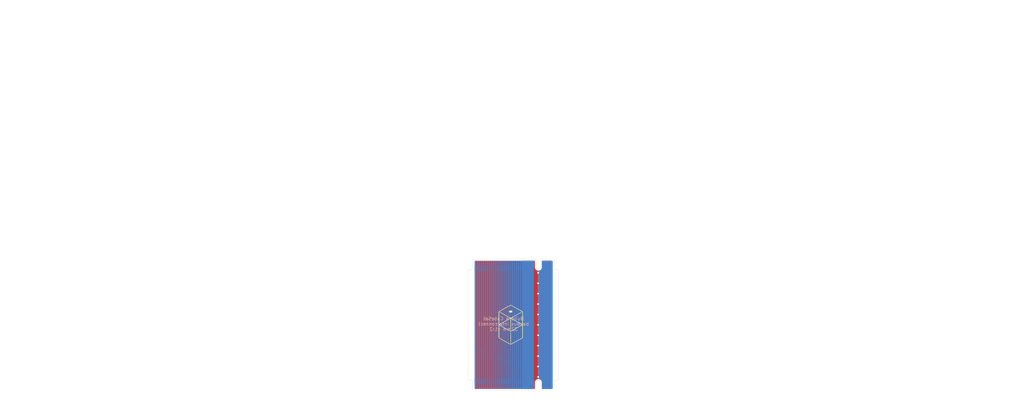
<source format=kicad_pcb>
(kicad_pcb (version 20240108) (generator "pcbnew") (generator_version "8.0")
  (title_block (title "bac bacBus Interconnect 32mm v1") (date "2024-10-06") (rev "2") (company "Build a CubeSat") (comment 1 "Manuel Imboden") (comment 2 "CC BY-SA 4.0") (comment 3 "https://buildacubesat.space") (comment 4 "32mm"))
  (layers (0 "F.Cu" signal) (31 "B.Cu" signal) (34 "B.Paste" user) (35 "F.Paste" user) (36 "B.SilkS" user "B.Silkscreen") (37 "F.SilkS" user "F.Silkscreen") (38 "B.Mask" user) (39 "F.Mask" user) (44 "Edge.Cuts" user))
  (net 0 "")
  (net 1 "GND")
  (net 2 "Net-(J1-Pin_41)")
  (net 3 "Net-(J1-Pin_29)")
  (net 4 "Net-(J1-Pin_37)")
  (net 5 "Net-(J1-Pin_43)")
  (net 6 "Net-(J1-Pin_42)")
  (net 7 "Net-(J1-Pin_31)")
  (net 8 "/+5V")
  (net 9 "Net-(J1-Pin_10)")
  (net 10 "/+3V3")
  (net 11 "Net-(J1-Pin_25)")
  (net 12 "Net-(J1-Pin_9)")
  (net 13 "Net-(J1-Pin_8)")
  (net 14 "Net-(J1-Pin_16)")
  (net 15 "Net-(J1-Pin_15)")
  (net 16 "Net-(J1-Pin_4)")
  (net 17 "Net-(J1-Pin_36)")
  (net 18 "Net-(J1-Pin_35)")
  (net 19 "Net-(J1-Pin_17)")
  (net 20 "Net-(J1-Pin_33)")
  (net 21 "Net-(J1-Pin_7)")
  (net 22 "Net-(J1-Pin_34)")
  (net 23 "Net-(J1-Pin_22)")
  (net 24 "Net-(J1-Pin_44)")
  (net 25 "Net-(J1-Pin_12)")
  (net 26 "Net-(J1-Pin_24)")
  (net 27 "Net-(J1-Pin_2)")
  (net 28 "Net-(J1-Pin_23)")
  (net 29 "Net-(J1-Pin_21)")
  (net 30 "Net-(J1-Pin_28)")
  (net 31 "Net-(J1-Pin_27)")
  (net 32 "Net-(J1-Pin_39)")
  (net 33 "Net-(J1-Pin_6)")
  (net 34 "Net-(J1-Pin_19)")
  (net 35 "Net-(J1-Pin_5)")
  (net 36 "Net-(J1-Pin_14)")
  (net 37 "Net-(J1-Pin_45)")
  (net 38 "Net-(J1-Pin_32)")
  (net 39 "Net-(J1-Pin_1)")
  (net 40 "Net-(J1-Pin_46)")
  (net 41 "Net-(J1-Pin_11)")
  (net 42 "Net-(J1-Pin_18)")
  (net 43 "Net-(J1-Pin_20)")
  (net 44 "Net-(J1-Pin_30)")
  (net 45 "Net-(J1-Pin_3)")
  (net 46 "Net-(J1-Pin_26)")
  (net 47 "Net-(J1-Pin_40)")
  (net 48 "Net-(J1-Pin_38)")
  (net 49 "Net-(J1-Pin_13)")
  (footprint "bac EPS v1:bac-M.2-Key-M-bacBus-Card-Edge-Zp" (layer "F.Cu") (at 150.354875 86.719554)
    (property "Reference" "J1" (hide yes))
    (property "Value" "bac M.2 Key-M Card Edge" (hide yes))
    (pad "1" smd rect (at -9.304757 -2.25) (size 0.35 2.5) (layers "B.Cu" "B.Mask") (net 39 "Net-(J1-Pin_1)"))
    (pad "2" smd rect (at -9.05 -2.25) (size 0.35 2.5) (layers "F.Cu" "F.Mask") (net 27 "Net-(J1-Pin_2)"))
    (pad "3" smd rect (at -8.804757 -2.25) (size 0.35 2.5) (layers "B.Cu" "B.Mask") (net 45 "Net-(J1-Pin_3)"))
    (pad "4" smd rect (at -8.55 -2.25) (size 0.35 2.5) (layers "F.Cu" "F.Mask") (net 16 "Net-(J1-Pin_4)"))
    (pad "5" smd rect (at -8.304757 -2.25) (size 0.35 2.5) (layers "B.Cu" "B.Mask") (net 35 "Net-(J1-Pin_5)"))
    (pad "6" smd rect (at -8.05 -2.25) (size 0.35 2.5) (layers "F.Cu" "F.Mask") (net 33 "Net-(J1-Pin_6)"))
    (pad "7" smd rect (at -7.804757 -2.25) (size 0.35 2.5) (layers "B.Cu" "B.Mask") (net 21 "Net-(J1-Pin_7)"))
    (pad "8" smd rect (at -7.55 -2.25) (size 0.35 2.5) (layers "F.Cu" "F.Mask") (net 13 "Net-(J1-Pin_8)"))
    (pad "9" smd rect (at -7.304757 -2.25) (size 0.35 2.5) (layers "B.Cu" "B.Mask") (net 12 "Net-(J1-Pin_9)"))
    (pad "10" smd rect (at -7.05 -2.25) (size 0.35 2.5) (layers "F.Cu" "F.Mask") (net 9 "Net-(J1-Pin_10)"))
    (pad "11" smd rect (at -6.804757 -2.25) (size 0.35 2.5) (layers "B.Cu" "B.Mask") (net 41 "Net-(J1-Pin_11)"))
    (pad "12" smd rect (at -6.55 -2.25) (size 0.35 2.5) (layers "F.Cu" "F.Mask") (net 25 "Net-(J1-Pin_12)"))
    (pad "13" smd rect (at -6.304757 -2.25) (size 0.35 2.5) (layers "B.Cu" "B.Mask") (net 49 "Net-(J1-Pin_13)"))
    (pad "14" smd rect (at -6.05 -2.25) (size 0.35 2.5) (layers "F.Cu" "F.Mask") (net 36 "Net-(J1-Pin_14)"))
    (pad "15" smd rect (at -5.804757 -2.25) (size 0.35 2.5) (layers "B.Cu" "B.Mask") (net 15 "Net-(J1-Pin_15)"))
    (pad "16" smd rect (at -5.55 -2.25) (size 0.35 2.5) (layers "F.Cu" "F.Mask") (net 14 "Net-(J1-Pin_16)"))
    (pad "17" smd rect (at -5.304757 -2.25) (size 0.35 2.5) (layers "B.Cu" "B.Mask") (net 19 "Net-(J1-Pin_17)"))
    (pad "18" smd rect (at -5.05 -2.25) (size 0.35 2.5) (layers "F.Cu" "F.Mask") (net 42 "Net-(J1-Pin_18)"))
    (pad "19" smd rect (at -4.804757 -2.25) (size 0.35 2.5) (layers "B.Cu" "B.Mask") (net 34 "Net-(J1-Pin_19)"))
    (pad "20" smd rect (at -4.55 -2.25) (size 0.35 2.5) (layers "F.Cu" "F.Mask") (net 43 "Net-(J1-Pin_20)"))
    (pad "21" smd rect (at -4.304757 -2.25) (size 0.35 2.5) (layers "B.Cu" "B.Mask") (net 29 "Net-(J1-Pin_21)"))
    (pad "22" smd rect (at -4.05 -2.25) (size 0.35 2.5) (layers "F.Cu" "F.Mask") (net 23 "Net-(J1-Pin_22)"))
    (pad "23" smd rect (at -3.804757 -2.25) (size 0.35 2.5) (layers "B.Cu" "B.Mask") (net 28 "Net-(J1-Pin_23)"))
    (pad "24" smd rect (at -3.55 -2.25) (size 0.35 2.5) (layers "F.Cu" "F.Mask") (net 26 "Net-(J1-Pin_24)"))
    (pad "25" smd rect (at -3.304757 -2.25) (size 0.35 2.5) (layers "B.Cu" "B.Mask") (net 11 "Net-(J1-Pin_25)"))
    (pad "26" smd rect (at -3.05 -2.25) (size 0.35 2.5) (layers "F.Cu" "F.Mask") (net 46 "Net-(J1-Pin_26)"))
    (pad "27" smd rect (at -2.804757 -2.25) (size 0.35 2.5) (layers "B.Cu" "B.Mask") (net 31 "Net-(J1-Pin_27)"))
    (pad "28" smd rect (at -2.55 -2.25) (size 0.35 2.5) (layers "F.Cu" "F.Mask") (net 30 "Net-(J1-Pin_28)"))
    (pad "29" smd rect (at -2.304757 -2.25) (size 0.35 2.5) (layers "B.Cu" "B.Mask") (net 3 "Net-(J1-Pin_29)"))
    (pad "30" smd rect (at -2.05 -2.25) (size 0.35 2.5) (layers "F.Cu" "F.Mask") (net 44 "Net-(J1-Pin_30)"))
    (pad "31" smd rect (at -1.804757 -2.25) (size 0.35 2.5) (layers "B.Cu" "B.Mask") (net 7 "Net-(J1-Pin_31)"))
    (pad "32" smd rect (at -1.55 -2.25) (size 0.35 2.5) (layers "F.Cu" "F.Mask") (net 38 "Net-(J1-Pin_32)"))
    (pad "33" smd rect (at -1.304757 -2.25) (size 0.35 2.5) (layers "B.Cu" "B.Mask") (net 20 "Net-(J1-Pin_33)"))
    (pad "34" smd rect (at -1.05 -2.25) (size 0.35 2.5) (layers "F.Cu" "F.Mask") (net 22 "Net-(J1-Pin_34)"))
    (pad "35" smd rect (at -0.804757 -2.25) (size 0.35 2.5) (layers "B.Cu" "B.Mask") (net 18 "Net-(J1-Pin_35)"))
    (pad "36" smd rect (at -0.55 -2.25) (size 0.35 2.5) (layers "F.Cu" "F.Mask") (net 17 "Net-(J1-Pin_36)"))
    (pad "37" smd rect (at -0.304757 -2.25) (size 0.35 2.5) (layers "B.Cu" "B.Mask") (net 4 "Net-(J1-Pin_37)"))
    (pad "38" smd rect (at -0.05 -2.25) (size 0.35 2.5) (layers "F.Cu" "F.Mask") (net 48 "Net-(J1-Pin_38)"))
    (pad "39" smd rect (at 0.195243 -2.25) (size 0.35 2.5) (layers "B.Cu" "B.Mask") (net 32 "Net-(J1-Pin_39)"))
    (pad "40" smd rect (at 0.45 -2.25) (size 0.35 2.5) (layers "F.Cu" "F.Mask") (net 47 "Net-(J1-Pin_40)"))
    (pad "41" smd rect (at 0.695243 -2.25) (size 0.35 2.5) (layers "B.Cu" "B.Mask") (net 2 "Net-(J1-Pin_41)"))
    (pad "42" smd rect (at 0.95 -2.25) (size 0.35 2.5) (layers "F.Cu" "F.Mask") (net 6 "Net-(J1-Pin_42)"))
    (pad "43" smd rect (at 1.195243 -2.25) (size 0.35 2.5) (layers "B.Cu" "B.Mask") (net 5 "Net-(J1-Pin_43)"))
    (pad "44" smd rect (at 1.45 -2.25) (size 0.35 2.5) (layers "F.Cu" "F.Mask") (net 24 "Net-(J1-Pin_44)"))
    (pad "45" smd rect (at 1.695243 -2.25) (size 0.35 2.5) (layers "B.Cu" "B.Mask") (net 37 "Net-(J1-Pin_45)"))
    (pad "46" smd rect (at 1.95 -2.25) (size 0.35 2.5) (layers "F.Cu" "F.Mask") (net 40 "Net-(J1-Pin_46)"))
    (pad "47" smd rect (at 2.195243 -2.25) (size 0.35 2.5) (layers "B.Cu" "B.Mask") (net 10 "/+3V3"))
    (pad "48" smd rect (at 2.45 -2.25) (size 0.35 2.5) (layers "F.Cu" "F.Mask") (net 1 "GND"))
    (pad "49" smd rect (at 2.695243 -2.25) (size 0.35 2.5) (layers "B.Cu" "B.Mask") (net 10 "/+3V3"))
    (pad "50" smd rect (at 2.95 -2.25) (size 0.35 2.5) (layers "F.Cu" "F.Mask") (net 1 "GND"))
    (pad "51" smd rect (at 3.195243 -2.25) (size 0.35 2.5) (layers "B.Cu" "B.Mask") (net 10 "/+3V3"))
    (pad "52" smd rect (at 3.45 -2.25) (size 0.35 2.5) (layers "F.Cu" "F.Mask") (net 1 "GND"))
    (pad "53" smd rect (at 3.695243 -2.25) (size 0.35 2.5) (layers "B.Cu" "B.Mask") (net 10 "/+3V3"))
    (pad "54" smd rect (at 3.95 -2.25) (size 0.35 2.5) (layers "F.Cu" "F.Mask") (net 1 "GND"))
    (pad "55" smd rect (at 4.195243 -2.25) (size 0.35 2.5) (layers "B.Cu" "B.Mask") (net 10 "/+3V3"))
    (pad "56" smd rect (at 4.45 -2.25) (size 0.35 2.5) (layers "F.Cu" "F.Mask") (net 1 "GND"))
    (pad "57" smd rect (at 4.695243 -2.25) (size 0.35 2.5) (layers "B.Cu" "B.Mask") (net 10 "/+3V3"))
    (pad "58" smd rect (at 4.95 -2.25) (size 0.35 2.5) (layers "F.Cu" "F.Mask") (net 1 "GND"))
    (pad "67" smd rect (at 7.195243 -2.25) (size 0.35 2.5) (layers "B.Cu" "B.Mask") (net 1 "GND"))
    (pad "68" smd rect (at 7.45 -2.25) (size 0.35 2.5) (layers "F.Cu" "F.Mask") (net 8 "/+5V"))
    (pad "69" smd rect (at 7.695243 -2.25) (size 0.35 2.5) (layers "B.Cu" "B.Mask") (net 1 "GND"))
    (pad "70" smd rect (at 7.95 -2.25) (size 0.35 2.5) (layers "F.Cu" "F.Mask") (net 8 "/+5V"))
    (pad "71" smd rect (at 8.195243 -2.25) (size 0.35 2.5) (layers "B.Cu" "B.Mask") (net 1 "GND"))
    (pad "72" smd rect (at 8.45 -2.25) (size 0.35 2.5) (layers "F.Cu" "F.Mask") (net 8 "/+5V"))
    (pad "73" smd rect (at 8.695243 -2.25) (size 0.35 2.5) (layers "B.Cu" "B.Mask") (net 1 "GND"))
    (pad "74" smd rect (at 8.95 -2.25) (size 0.35 2.5) (layers "F.Cu" "F.Mask") (net 8 "/+5V"))
    (pad "75" smd rect (at 9.2 -2.25) (size 0.35 2.5) (layers "B.Cu" "B.Mask") (net 1 "GND"))
  )
  (footprint "bac EPS v1:bac-M.2-Key-M-bacBus-Card-Edge-Zm" (layer "F.Cu") (at 150.150059 115.197277)
    (property "Reference" "J2" (hide yes))
    (property "Value" "bac M.2 Key-M Card Edge" (hide yes))
    (pad "1" smd rect (at -9.104757 -1.95 180) (size 0.35 2.5) (layers "B.Cu" "B.Mask") (net 39 "Net-(J1-Pin_1)"))
    (pad "2" smd rect (at -8.85 -1.95 180) (size 0.35 2.5) (layers "F.Cu" "F.Mask") (net 27 "Net-(J1-Pin_2)"))
    (pad "3" smd rect (at -8.604757 -1.95 180) (size 0.35 2.5) (layers "B.Cu" "B.Mask") (net 45 "Net-(J1-Pin_3)"))
    (pad "4" smd rect (at -8.35 -1.95 180) (size 0.35 2.5) (layers "F.Cu" "F.Mask") (net 16 "Net-(J1-Pin_4)"))
    (pad "5" smd rect (at -8.104757 -1.95 180) (size 0.35 2.5) (layers "B.Cu" "B.Mask") (net 35 "Net-(J1-Pin_5)"))
    (pad "6" smd rect (at -7.85 -1.95 180) (size 0.35 2.5) (layers "F.Cu" "F.Mask") (net 33 "Net-(J1-Pin_6)"))
    (pad "7" smd rect (at -7.604757 -1.95 180) (size 0.35 2.5) (layers "B.Cu" "B.Mask") (net 21 "Net-(J1-Pin_7)"))
    (pad "8" smd rect (at -7.35 -1.95 180) (size 0.35 2.5) (layers "F.Cu" "F.Mask") (net 13 "Net-(J1-Pin_8)"))
    (pad "9" smd rect (at -7.104757 -1.95 180) (size 0.35 2.5) (layers "B.Cu" "B.Mask") (net 12 "Net-(J1-Pin_9)"))
    (pad "10" smd rect (at -6.85 -1.95 180) (size 0.35 2.5) (layers "F.Cu" "F.Mask") (net 9 "Net-(J1-Pin_10)"))
    (pad "11" smd rect (at -6.604757 -1.95 180) (size 0.35 2.5) (layers "B.Cu" "B.Mask") (net 41 "Net-(J1-Pin_11)"))
    (pad "12" smd rect (at -6.35 -1.95 180) (size 0.35 2.5) (layers "F.Cu" "F.Mask") (net 25 "Net-(J1-Pin_12)"))
    (pad "13" smd rect (at -6.104757 -1.95 180) (size 0.35 2.5) (layers "B.Cu" "B.Mask") (net 49 "Net-(J1-Pin_13)"))
    (pad "14" smd rect (at -5.85 -1.95 180) (size 0.35 2.5) (layers "F.Cu" "F.Mask") (net 36 "Net-(J1-Pin_14)"))
    (pad "15" smd rect (at -5.604757 -1.95 180) (size 0.35 2.5) (layers "B.Cu" "B.Mask") (net 15 "Net-(J1-Pin_15)"))
    (pad "16" smd rect (at -5.35 -1.95 180) (size 0.35 2.5) (layers "F.Cu" "F.Mask") (net 14 "Net-(J1-Pin_16)"))
    (pad "17" smd rect (at -5.104757 -1.95 180) (size 0.35 2.5) (layers "B.Cu" "B.Mask") (net 19 "Net-(J1-Pin_17)"))
    (pad "18" smd rect (at -4.85 -1.95 180) (size 0.35 2.5) (layers "F.Cu" "F.Mask") (net 42 "Net-(J1-Pin_18)"))
    (pad "19" smd rect (at -4.604757 -1.95 180) (size 0.35 2.5) (layers "B.Cu" "B.Mask") (net 34 "Net-(J1-Pin_19)"))
    (pad "20" smd rect (at -4.35 -1.95 180) (size 0.35 2.5) (layers "F.Cu" "F.Mask") (net 43 "Net-(J1-Pin_20)"))
    (pad "21" smd rect (at -4.104757 -1.95 180) (size 0.35 2.5) (layers "B.Cu" "B.Mask") (net 29 "Net-(J1-Pin_21)"))
    (pad "22" smd rect (at -3.85 -1.95 180) (size 0.35 2.5) (layers "F.Cu" "F.Mask") (net 23 "Net-(J1-Pin_22)"))
    (pad "23" smd rect (at -3.604757 -1.95 180) (size 0.35 2.5) (layers "B.Cu" "B.Mask") (net 28 "Net-(J1-Pin_23)"))
    (pad "24" smd rect (at -3.35 -1.95 180) (size 0.35 2.5) (layers "F.Cu" "F.Mask") (net 26 "Net-(J1-Pin_24)"))
    (pad "25" smd rect (at -3.104757 -1.95 180) (size 0.35 2.5) (layers "B.Cu" "B.Mask") (net 11 "Net-(J1-Pin_25)"))
    (pad "26" smd rect (at -2.85 -1.95 180) (size 0.35 2.5) (layers "F.Cu" "F.Mask") (net 46 "Net-(J1-Pin_26)"))
    (pad "27" smd rect (at -2.604757 -1.95 180) (size 0.35 2.5) (layers "B.Cu" "B.Mask") (net 31 "Net-(J1-Pin_27)"))
    (pad "28" smd rect (at -2.35 -1.95 180) (size 0.35 2.5) (layers "F.Cu" "F.Mask") (net 30 "Net-(J1-Pin_28)"))
    (pad "29" smd rect (at -2.104757 -1.95 180) (size 0.35 2.5) (layers "B.Cu" "B.Mask") (net 3 "Net-(J1-Pin_29)"))
    (pad "30" smd rect (at -1.85 -1.95 180) (size 0.35 2.5) (layers "F.Cu" "F.Mask") (net 44 "Net-(J1-Pin_30)"))
    (pad "31" smd rect (at -1.604757 -1.95 180) (size 0.35 2.5) (layers "B.Cu" "B.Mask") (net 7 "Net-(J1-Pin_31)"))
    (pad "32" smd rect (at -1.35 -1.95 180) (size 0.35 2.5) (layers "F.Cu" "F.Mask") (net 38 "Net-(J1-Pin_32)"))
    (pad "33" smd rect (at -1.104757 -1.95 180) (size 0.35 2.5) (layers "B.Cu" "B.Mask") (net 20 "Net-(J1-Pin_33)"))
    (pad "34" smd rect (at -0.85 -1.95 180) (size 0.35 2.5) (layers "F.Cu" "F.Mask") (net 22 "Net-(J1-Pin_34)"))
    (pad "35" smd rect (at -0.604757 -1.95 180) (size 0.35 2.5) (layers "B.Cu" "B.Mask") (net 18 "Net-(J1-Pin_35)"))
    (pad "36" smd rect (at -0.35 -1.95 180) (size 0.35 2.5) (layers "F.Cu" "F.Mask") (net 17 "Net-(J1-Pin_36)"))
    (pad "37" smd rect (at -0.104757 -1.95 180) (size 0.35 2.5) (layers "B.Cu" "B.Mask") (net 4 "Net-(J1-Pin_37)"))
    (pad "38" smd rect (at 0.15 -1.95 180) (size 0.35 2.5) (layers "F.Cu" "F.Mask") (net 48 "Net-(J1-Pin_38)"))
    (pad "39" smd rect (at 0.395243 -1.95 180) (size 0.35 2.5) (layers "B.Cu" "B.Mask") (net 32 "Net-(J1-Pin_39)"))
    (pad "40" smd rect (at 0.65 -1.95 180) (size 0.35 2.5) (layers "F.Cu" "F.Mask") (net 47 "Net-(J1-Pin_40)"))
    (pad "41" smd rect (at 0.895243 -1.95 180) (size 0.35 2.5) (layers "B.Cu" "B.Mask") (net 2 "Net-(J1-Pin_41)"))
    (pad "42" smd rect (at 1.15 -1.95 180) (size 0.35 2.5) (layers "F.Cu" "F.Mask") (net 6 "Net-(J1-Pin_42)"))
    (pad "43" smd rect (at 1.395243 -1.95 180) (size 0.35 2.5) (layers "B.Cu" "B.Mask") (net 5 "Net-(J1-Pin_43)"))
    (pad "44" smd rect (at 1.65 -1.95 180) (size 0.35 2.5) (layers "F.Cu" "F.Mask") (net 24 "Net-(J1-Pin_44)"))
    (pad "45" smd rect (at 1.895243 -1.95 180) (size 0.35 2.5) (layers "B.Cu" "B.Mask") (net 37 "Net-(J1-Pin_45)"))
    (pad "46" smd rect (at 2.15 -1.95 180) (size 0.35 2.5) (layers "F.Cu" "F.Mask") (net 40 "Net-(J1-Pin_46)"))
    (pad "47" smd rect (at 2.395243 -1.95 180) (size 0.35 2.5) (layers "B.Cu" "B.Mask") (net 10 "/+3V3"))
    (pad "48" smd rect (at 2.65 -1.95 180) (size 0.35 2.5) (layers "F.Cu" "F.Mask") (net 1 "GND"))
    (pad "49" smd rect (at 2.895243 -1.95 180) (size 0.35 2.5) (layers "B.Cu" "B.Mask") (net 10 "/+3V3"))
    (pad "50" smd rect (at 3.15 -1.95 180) (size 0.35 2.5) (layers "F.Cu" "F.Mask") (net 1 "GND"))
    (pad "51" smd rect (at 3.395243 -1.95 180) (size 0.35 2.5) (layers "B.Cu" "B.Mask") (net 10 "/+3V3"))
    (pad "52" smd rect (at 3.65 -1.95 180) (size 0.35 2.5) (layers "F.Cu" "F.Mask") (net 1 "GND"))
    (pad "53" smd rect (at 3.895243 -1.95 180) (size 0.35 2.5) (layers "B.Cu" "B.Mask") (net 10 "/+3V3"))
    (pad "54" smd rect (at 4.15 -1.95 180) (size 0.35 2.5) (layers "F.Cu" "F.Mask") (net 1 "GND"))
    (pad "55" smd rect (at 4.395243 -1.95 180) (size 0.35 2.5) (layers "B.Cu" "B.Mask") (net 10 "/+3V3"))
    (pad "56" smd rect (at 4.65 -1.95 180) (size 0.35 2.5) (layers "F.Cu" "F.Mask") (net 1 "GND"))
    (pad "57" smd rect (at 4.895243 -1.95 180) (size 0.35 2.5) (layers "B.Cu" "B.Mask") (net 10 "/+3V3"))
    (pad "58" smd rect (at 5.15 -1.95 180) (size 0.35 2.5) (layers "F.Cu" "F.Mask") (net 1 "GND"))
    (pad "67" smd rect (at 7.395243 -1.95 180) (size 0.35 2.5) (layers "B.Cu" "B.Mask") (net 1 "GND"))
    (pad "68" smd rect (at 7.65 -1.95 180) (size 0.35 2.5) (layers "F.Cu" "F.Mask") (net 8 "/+5V"))
    (pad "69" smd rect (at 7.895243 -1.95 180) (size 0.35 2.5) (layers "B.Cu" "B.Mask") (net 1 "GND"))
    (pad "70" smd rect (at 8.15 -1.95 180) (size 0.35 2.5) (layers "F.Cu" "F.Mask") (net 8 "/+5V"))
    (pad "71" smd rect (at 8.395243 -1.95 180) (size 0.35 2.5) (layers "B.Cu" "B.Mask") (net 1 "GND"))
    (pad "72" smd rect (at 8.65 -1.95 180) (size 0.35 2.5) (layers "F.Cu" "F.Mask") (net 8 "/+5V"))
    (pad "73" smd rect (at 8.895243 -1.95 180) (size 0.35 2.5) (layers "B.Cu" "B.Mask") (net 1 "GND"))
    (pad "74" smd rect (at 9.15 -1.95 180) (size 0.35 2.5) (layers "F.Cu" "F.Mask") (net 8 "/+5V"))
    (pad "75" smd rect (at 9.4 -1.95 180) (size 0.35 2.5) (layers "B.Cu" "B.Mask") (net 1 "GND"))
  )
  (footprint "bac EPS v1:bac-logo-silkscreen-10mm" (layer "F.Cu") (at 149.700059 98.797277)
    (property "Reference" "G***" (hide yes))
    (property "Value" "LOGO" (hide yes))
    (fp_poly (pts (xy 0.104629 -3.433535) (xy 0.247587 -3.3864) (xy 0.282591 -3.364288) (xy 0.368257 -3.264927) (xy 0.385573 -3.155463) (xy 0.334314 -3.050569) (xy 0.288032 -3.00818) (xy 0.162874 -2.950084) (xy 0.002159 -2.921681) (xy -0.16106 -2.925964) (xy -0.276101 -2.957095) (xy -0.406526 -3.040834) (xy -0.468708 -3.13807) (xy -0.461196 -3.241423) (xy -0.382538 -3.34351) (xy -0.356213 -3.364567) (xy -0.227256 -3.422632) (xy -0.063647 -3.445617)) (fill solid) (layer "F.SilkS"))
    (fp_poly (pts (xy -0.004538 1.737519) (xy 0.006841 1.763915) (xy 0.015967 1.815747) (xy 0.02308 1.899429) (xy 0.028416 2.021374) (xy 0.032213 2.187995) (xy 0.034709 2.405706) (xy 0.03614 2.68092) (xy 0.036745 3.020051) (xy 0.036812 3.221015) (xy 0.036539 3.595441) (xy 0.035561 3.902659) (xy 0.033641 4.149082) (xy 0.030542 4.341123) (xy 0.026026 4.485197) (xy 0.019855 4.587716) (xy 0.011791 4.655093) (xy 0.001598 4.693743) (xy -0.010962 4.710079) (xy -0.018405 4.711884) (xy -0.032273 4.704511) (xy -0.043652 4.678115) (xy -0.052778 4.626282) (xy -0.059891 4.542601) (xy -0.065227 4.420656) (xy -0.069024 4.254035) (xy -0.07152 4.036324) (xy -0.072951 3.76111) (xy -0.073556 3.421979) (xy -0.073623 3.221015) (xy -0.07335 2.846589) (xy -0.072372 2.539371) (xy -0.070452 2.292948) (xy -0.067353 2.100906) (xy -0.062837 1.956833) (xy -0.056665 1.854314) (xy -0.048602 1.786936) (xy -0.038409 1.748286) (xy -0.025849 1.731951) (xy -0.018405 1.730145)) (fill solid) (layer "F.SilkS"))
    (fp_poly (pts (xy 0.019223 -4.779189) (xy 0.123791 -4.730485) (xy 0.276085 -4.654574) (xy 0.46789 -4.555912) (xy 0.690993 -4.438956) (xy 0.93718 -4.308166) (xy 1.198238 -4.167997) (xy 1.465954 -4.022906) (xy 1.732112 -3.877353) (xy 1.988501 -3.735793) (xy 2.226905 -3.602683) (xy 2.439112 -3.482482) (xy 2.616908 -3.379647) (xy 2.752079 -3.298635) (xy 2.836412 -3.243903) (xy 2.850317 -3.233478) (xy 2.863781 -3.221732) (xy 2.875574 -3.206375) (xy 2.885821 -3.182698) (xy 2.894648 -3.14599) (xy 2.902184 -3.091543) (xy 2.908553 -3.014647) (xy 2.913883 -2.910592) (xy 2.918301 -2.774667) (xy 2.921931 -2.602164) (xy 2.924902 -2.388373) (xy 2.92734 -2.128584) (xy 2.92937 -1.818087) (xy 2.931121 -1.452173) (xy 2.932718 -1.026132) (xy 2.934287 -0.535254) (xy 2.935721 -0.054402) (xy 2.936776 0.420842) (xy 2.937115 0.876688) (xy 2.936772 1.307515) (xy 2.935783 1.707705) (xy 2.934183 2.071639) (xy 2.932008 2.393697) (xy 2.929294 2.66826) (xy 2.926075 2.889709) (xy 2.922387 3.052425) (xy 2.918265 3.150789) (xy 2.915371 3.17755) (xy 2.903968 3.20753) (xy 2.881588 3.239543) (xy 2.84253 3.277172) (xy 2.781093 3.323999) (xy 2.691576 3.383608) (xy 2.568278 3.459583) (xy 2.405498 3.555505) (xy 2.197534 3.674958) (xy 1.938686 3.821526) (xy 1.623252 3.998791) (xy 1.488925 4.074072) (xy 1.094877 4.293493) (xy 0.762474 4.475725) (xy 0.490267 4.621519) (xy 0.276807 4.731627) (xy 0.120646 4.806802) (xy 0.020334 4.847796) (xy -0.018405 4.85657) (xy -0.079966 4.839705) (xy -0.197515 4.788667) (xy -0.372324 4.702801) (xy -0.60566 4.581453) (xy -0.898795 4.423967) (xy -1.252998 4.229688) (xy -1.509275 4.087436) (xy -1.902273 3.866997) (xy -2.233045 3.678307) (xy -2.500995 3.52172) (xy -2.705531 3.397594) (xy -2.846059 3.306283) (xy -2.921985 3.248143) (xy -2.934947 3.232842) (xy -2.94338 3.200192) (xy -2.950794 3.133602) (xy -2.957242 3.029342) (xy -2.962777 2.883678) (xy -2.967453 2.692879) (xy -2.97132 2.453213) (xy -2.974434 2.160949) (xy -2.976846 1.812353) (xy -2.978609 1.403694) (xy -2.979776 0.93124) (xy -2.9804 0.391259) (xy -2.980491 0.14074) (xy -2.835305 0.14074) (xy -2.825696 1.680877) (xy -2.816087 3.221015) (xy -1.454058 3.98257) (xy -1.134001 4.160292) (xy -0.843 4.31944) (xy -0.586663 4.457085) (xy -0.370598 4.570297) (xy -0.200415 4.656144) (xy -0.081721 4.711699) (xy -0.020126 4.734029) (xy -0.015221 4.73426) (xy 0.032645 4.71477) (xy 0.137647 4.663169) (xy 0.292642 4.583245) (xy 0.490487 4.478785) (xy 0.72404 4.353577) (xy 0.986156 4.211409) (xy 1.269695 4.056067) (xy 1.414609 3.976109) (xy 1.703835 3.81542) (xy 1.972636 3.664668) (xy 2.214234 3.527757) (xy 2.42185 3.408595) (xy 2.588705 3.311086) (xy 2.708021 3.239137) (xy 2.773019 3.196654) (xy 2.783077 3.187571) (xy 2.7862 3.143104) (xy 2.788645 3.033025) (xy 2.790384 2.865345) (xy 2.791386 2.648072) (xy 2.79162 2.389215) (xy 2.791056 2.096785) (xy 2.789664 1.77879) (xy 2.788899 1.651002) (xy 2.779276 0.154685) (xy 1.42063 0.910205) (xy 1.128587 1.071531) (xy 0.85414 1.221079) (xy 0.604436 1.355103) (xy 0.386622 1.46986) (xy 0.207847 1.561605) (xy 0.075256 1.626595) (xy -0.004002 1.661085) (xy -0.021607 1.665725) (xy -0.066816 1.648554) (xy -0.168095 1.600005) (xy -0.317196 1.524528) (xy -0.505868 1.426571) (xy -0.725863 1.310582) (xy -0.968932 1.181011) (xy -1.226827 1.042306) (xy -1.491298 0.898915) (xy -1.754097 0.755287) (xy -2.006974 0.615871) (xy -2.241681 0.485115) (xy -2.449969 0.367467) (xy -2.623588 0.267378) (xy -2.715261 0.213048) (xy -2.835305 0.14074) (xy -2.980491 0.14074) (xy -2.98052 0.061477) (xy -2.753272 0.061477) (xy -2.74416 0.072219) (xy -2.728565 0.073624) (xy -2.690436 0.090997) (xy -2.595011 0.140605) (xy -2.449215 0.218679) (xy -2.259972 0.32145) (xy -2.034206 0.44515) (xy -1.778842 0.58601) (xy -1.500803 0.740262) (xy -1.375844 0.809855) (xy -1.090157 0.968717) (xy -0.824146 1.115808) (xy -0.584737 1.24736) (xy -0.378859 1.359605) (xy -0.213437 1.448773) (xy -0.095399 1.511095) (xy -0.031671 1.542804) (xy -0.022689 1.546087) (xy 0.015624 1.52878) (xy 0.111227 1.479383) (xy 0.257118 1.401687) (xy 0.446299 1.299481) (xy 0.671768 1.176553) (xy 0.926526 1.036692) (xy 1.203573 0.883689) (xy 1.308708 0.825404) (xy 1.593611 0.667024) (xy 1.859727 0.518562) (xy 2.099859 0.38407) (xy 2.306809 0.267605) (xy 2.473379 0.17322) (xy 2.59237 0.104972) (xy 2.656584 0.066914) (xy 2.664672 0.061563) (xy 2.669771 0.045575) (xy 2.650282 0.019258) (xy 2.60121 -0.020451) (xy 2.51756 -0.076616) (xy 2.394338 -0.152299) (xy 2.226549 -0.250565) (xy 2.009198 -0.374475) (xy 1.737289 -0.527094) (xy 1.40583 -0.711485) (xy 1.388598 -0.721043) (xy 0.055218 -1.460491) (xy 0.045597 0.005986) (xy 0.042859 0.377898) (xy 0.039805 0.682596) (xy 0.036156 0.926487) (xy 0.031633 1.11598) (xy 0.025955 1.257484) (xy 0.018843 1.357407) (xy 0.010018 1.422158) (xy -0.0008 1.458144) (xy -0.013892 1.471776) (xy -0.018405 1.472464) (xy -0.032238 1.464409) (xy -0.043716 1.435974) (xy -0.053119 1.380758) (xy -0.060724 1.292357) (xy -0.066812 1.164369) (xy -0.07166 0.99039) (xy -0.075549 0.764019) (xy -0.078756 0.478852) (xy -0.081561 0.128487) (xy -0.082408 0.003258) (xy -0.092029 -1.465947) (xy -1.425872 -0.723771) (xy -1.770377 -0.531647) (xy -2.054765 -0.371939) (xy -2.283583 -0.241861) (xy -2.461378 -0.138632) (xy -2.592697 -0.059466) (xy -2.682088 -0.001582) (xy -2.734097 0.037805) (xy -2.753272 0.061477) (xy -2.98052 0.061477) (xy -2.980538 0.012759) (xy -2.980527 -0.541662) (xy -2.980297 -1.027149) (xy -2.979757 -1.448395) (xy -2.979363 -1.59931) (xy -2.834492 -1.59931) (xy -2.834492 -0.078649) (xy -1.518478 -0.81242) (xy -1.234044 -0.971562) (xy -0.970365 -1.120154) (xy -0.734238 -1.254286) (xy -0.532459 -1.370049) (xy -0.371827 -1.463533) (xy -0.259139 -1.530828) (xy -0.201192 -1.568025) (xy -0.194808 -1.573747) (xy -0.224299 -1.596864) (xy -0.311685 -1.651313) (xy -0.450207 -1.733212) (xy -0.633107 -1.838678) (xy -0.853626 -1.963825) (xy -1.105004 -2.104772) (xy -1.380484 -2.257634) (xy -1.492065 -2.31913) (xy -1.844164 -2.5138) (xy -2.134664 -2.676777) (xy -2.367239 -2.810428) (xy -2.54556 -2.917118) (xy -2.673301 -2.999214) (xy -2.754135 -3.059082) (xy -2.791734 -3.099086) (xy -2.789772 -3.121594) (xy -2.751921 -3.128971) (xy -2.749308 -3.128985) (xy -2.707641 -3.111568) (xy -2.608834 -3.061839) (xy -2.459918 -2.983581) (xy -2.267921 -2.880577) (xy -2.039872 -2.75661) (xy -1.7828 -2.615463) (xy -1.503735 -2.460918) (xy -1.381352 -2.392753) (xy -1.095527 -2.233795) (xy -0.829128 -2.086624) (xy -0.589122 -1.955016) (xy -0.382476 -1.842748) (xy -0.216156 -1.753595) (xy -0.097131 -1.691333) (xy -0.032366 -1.659738) (xy -0.022972 -1.656521) (xy 0.016613 -1.673836) (xy 0.113528 -1.723282) (xy 0.260812 -1.801108) (xy 0.451508 -1.903566) (xy 0.678655 -2.026907) (xy 0.935295 -2.167382) (xy 1.214468 -2.321241) (xy 1.343624 -2.392753) (xy 1.630932 -2.551435) (xy 1.899159 -2.698379) (xy 2.141287 -2.829829) (xy 2.350299 -2.942029) (xy 2.519177 -3.031224) (xy 2.640905 -3.093659) (xy 2.708466 -3.125577) (xy 2.719213 -3.128985) (xy 2.752239 -3.122867) (xy 2.753081 -3.102833) (xy 2.717782 -3.066365) (xy 2.642384 -3.010945) (xy 2.522928 -2.934054) (xy 2.355457 -2.833174) (xy 2.136013 -2.705787) (xy 1.860638 -2.549374) (xy 1.525374 -2.361417) (xy 1.424435 -2.305136) (xy 0.110699 -1.573315) (xy 1.444987 -0.830091) (xy 2.779276 -0.086866) (xy 2.788893 -1.596993) (xy 2.79091 -1.989163) (xy 2.79142 -2.313355) (xy 2.790291 -2.575201) (xy 2.787387 -2.780334) (xy 2.782576 -2.934386) (xy 2.775725 -3.04299) (xy 2.766699 -3.111777) (xy 2.755366 -3.14638) (xy 2.752081 -3.15042) (xy 2.705367 -3.181933) (xy 2.603341 -3.243026) (xy 2.454238 -3.329176) (xy 2.266295 -3.435858) (xy 2.047747 -3.558548) (xy 1.806829 -3.69272) (xy 1.551777 -3.833852) (xy 1.290827 -3.977418) (xy 1.032214 -4.118894) (xy 0.784174 -4.253755) (xy 0.554942 -4.377477) (xy 0.352753 -4.485536) (xy 0.185844 -4.573407) (xy 0.06245 -4.636565) (xy -0.009194 -4.670487) (xy -0.023149 -4.675072) (xy -0.063844 -4.657834) (xy -0.160549 -4.60913) (xy -0.30504 -4.533475) (xy -0.489096 -4.435385) (xy -0.704493 -4.319376) (xy -0.943009 -4.189962) (xy -1.196422 -4.051659) (xy -1.456509 -3.908983) (xy -1.715047 -3.766449) (xy -1.963814 -3.628572) (xy -2.194588 -3.499869) (xy -2.399145 -3.384853) (xy -2.569264 -3.288041) (xy -2.696722 -3.213949) (xy -2.773296 -3.167091) (xy -2.788478 -3.156482) (xy -2.800431 -3.130415) (xy -2.810293 -3.069331) (xy -2.818224 -2.967835) (xy -2.824382 -2.820533) (xy -2.828927 -2.622029) (xy -2.832019 -2.36693) (xy -2.833817 -2.04984) (xy -2.834481 -1.665364) (xy -2.834492 -1.59931) (xy -2.979363 -1.59931) (xy -2.978812 -1.81009) (xy -2.97737 -2.116924) (xy -2.975338 -2.373587) (xy -2.972623 -2.584771) (xy -2.969132 -2.755167) (xy -2.964772 -2.889463) (xy -2.95945 -2.992352) (xy -2.953073 -3.068524) (xy -2.945548 -3.122669) (xy -2.936782 -3.159477) (xy -2.926683 -3.183641) (xy -2.916895 -3.197841) (xy -2.867211 -3.236586) (xy -2.76159 -3.304746) (xy -2.608277 -3.397758) (xy -2.415517 -3.511058) (xy -2.191552 -3.640082) (xy -1.944627 -3.780267) (xy -1.682985 -3.92705) (xy -1.41487 -4.075868) (xy -1.148527 -4.222156) (xy -0.892199 -4.361351) (xy -0.654129 -4.488891) (xy -0.442563 -4.600211) (xy -0.265743 -4.690747) (xy -0.131914 -4.755938) (xy -0.049319 -4.791219) (xy -0.029406 -4.796229)) (fill solid) (layer "F.SilkS"))
  )
  (gr_arc (start 160.250118 112.847277) (mid 160.396606 112.493789) (end 160.750118 112.347277) (stroke (width 0.05)) (layer "Edge.Cuts"))
  (gr_line (start 155.825059 112.947277) (end 155.825118 114.608277) (stroke (width 0.05)) (layer "Edge.Cuts"))
  (gr_arc (start 161.300118 112.097277) (mid 161.226912 112.27409) (end 161.050118 112.347277) (stroke (width 0.05)) (layer "Edge.Cuts"))
  (gr_arc (start 155.825059 112.947277) (mid 156.000836 112.523078) (end 156.425059 112.347277) (stroke (width 0.05)) (layer "Edge.Cuts"))
  (gr_line (start 155.575118 82.858554) (end 140.625118 82.858554) (stroke (width 0.05)) (layer "Edge.Cuts"))
  (gr_arc (start 139.275118 85.622277) (mid 139.34838 85.445551) (end 139.525118 85.372277) (stroke (width 0.05)) (layer "Edge.Cuts"))
  (gr_line (start 155.575118 114.858277) (end 140.625118 114.858277) (stroke (width 0.05)) (layer "Edge.Cuts"))
  (gr_line (start 139.875118 85.372277) (end 139.525118 85.372277) (stroke (width 0.05)) (layer "Edge.Cuts"))
  (gr_line (start 160.000118 82.858554) (end 157.275118 82.858554) (stroke (width 0.05)) (layer "Edge.Cuts"))
  (gr_line (start 139.875118 112.347277) (end 139.525118 112.347277) (stroke (width 0.05)) (layer "Edge.Cuts"))
  (gr_arc (start 160.750118 85.372277) (mid 160.39659 85.225806) (end 160.250118 84.872277) (stroke (width 0.05)) (layer "Edge.Cuts"))
  (gr_line (start 160.250118 83.108554) (end 160.000118 82.858554) (stroke (width 0.05)) (layer "Edge.Cuts"))
  (gr_line (start 157.025118 114.608277) (end 157.275118 114.858277) (stroke (width 0.05)) (layer "Edge.Cuts"))
  (gr_line (start 155.825118 84.773013) (end 155.825118 83.108554) (stroke (width 0.05)) (layer "Edge.Cuts"))
  (gr_arc (start 156.425059 112.347277) (mid 156.849358 112.522997) (end 157.025059 112.947277) (stroke (width 0.05)) (layer "Edge.Cuts"))
  (gr_line (start 155.575118 82.858554) (end 155.825118 83.108554) (stroke (width 0.05)) (layer "Edge.Cuts"))
  (gr_arc (start 156.425118 85.373013) (mid 156.000838 85.197284) (end 155.825118 84.773013) (stroke (width 0.05)) (layer "Edge.Cuts"))
  (gr_line (start 140.625118 114.858277) (end 140.375118 114.608277) (stroke (width 0.05)) (layer "Edge.Cuts"))
  (gr_line (start 157.275118 114.858277) (end 160.000118 114.858277) (stroke (width 0.05)) (layer "Edge.Cuts"))
  (gr_line (start 139.275118 112.097277) (end 139.275118 85.622277) (stroke (width 0.05)) (layer "Edge.Cuts"))
  (gr_line (start 155.575118 114.858277) (end 155.825118 114.608277) (stroke (width 0.05)) (layer "Edge.Cuts"))
  (gr_line (start 160.250118 84.872277) (end 160.250118 83.108554) (stroke (width 0.05)) (layer "Edge.Cuts"))
  (gr_arc (start 140.375118 84.872277) (mid 140.228681 85.225852) (end 139.875118 85.372277) (stroke (width 0.05)) (layer "Edge.Cuts"))
  (gr_line (start 161.050118 85.372277) (end 160.750118 85.372277) (stroke (width 0.05)) (layer "Edge.Cuts"))
  (gr_line (start 157.025118 84.773013) (end 157.025118 83.108554) (stroke (width 0.05)) (layer "Edge.Cuts"))
  (gr_arc (start 139.875118 112.347277) (mid 140.228706 112.493708) (end 140.375118 112.847277) (stroke (width 0.05)) (layer "Edge.Cuts"))
  (gr_line (start 140.375118 84.872277) (end 140.375118 83.108554) (stroke (width 0.05)) (layer "Edge.Cuts"))
  (gr_arc (start 161.050118 85.372277) (mid 161.226891 85.445505) (end 161.300118 85.622277) (stroke (width 0.05)) (layer "Edge.Cuts"))
  (gr_line (start 140.625118 82.858554) (end 140.375118 83.108554) (stroke (width 0.05)) (layer "Edge.Cuts"))
  (gr_line (start 140.375118 112.847277) (end 140.375118 114.608277) (stroke (width 0.05)) (layer "Edge.Cuts"))
  (gr_line (start 157.025059 112.947277) (end 157.025118 114.608277) (stroke (width 0.05)) (layer "Edge.Cuts"))
  (gr_arc (start 139.525118 112.347277) (mid 139.348346 112.274057) (end 139.275118 112.097277) (stroke (width 0.05)) (layer "Edge.Cuts"))
  (gr_line (start 161.050118 112.347277) (end 160.750118 112.347277) (stroke (width 0.05)) (layer "Edge.Cuts"))
  (gr_line (start 157.025118 83.108554) (end 157.275118 82.858554) (stroke (width 0.05)) (layer "Edge.Cuts"))
  (gr_line (start 160.000118 114.858277) (end 160.250118 114.608277) (stroke (width 0.05)) (layer "Edge.Cuts"))
  (gr_line (start 160.250118 112.847277) (end 160.250118 114.608277) (stroke (width 0.05)) (layer "Edge.Cuts"))
  (gr_line (start 161.300118 112.097277) (end 161.300118 85.622277) (stroke (width 0.05)) (layer "Edge.Cuts"))
  (gr_arc (start 157.025118 84.773013) (mid 156.849379 85.197275) (end 156.425118 85.373013) (stroke (width 0.05)) (layer "Edge.Cuts"))
  (gr_text "Build a CubeSat\nbacBus Interconnect\n${COMMENT4} v1r${REVISION}" (at 147.950059 98.622277 0) (layer "B.SilkS") (effects (font (size 0.8 0.8) (thickness 0.1)) (justify mirror)))
  (via (at 156.400059 101.399777) (size 0.8) (drill 0.4) (layers "F.Cu" "B.Cu") (net 1))
  (via (at 156.400059 96.319777) (size 0.8) (drill 0.4) (layers "F.Cu" "B.Cu") (net 1))
  (via (at 156.400059 86.159777) (size 0.8) (drill 0.4) (layers "F.Cu" "B.Cu") (net 1))
  (via (at 156.400059 88.699777) (size 0.8) (drill 0.4) (layers "F.Cu" "B.Cu") (net 1))
  (via (at 156.400059 106.479777) (size 0.8) (drill 0.4) (layers "F.Cu" "B.Cu") (net 1))
  (via (at 156.400059 103.939777) (size 0.8) (drill 0.4) (layers "F.Cu" "B.Cu") (net 1))
  (via (at 156.400059 91.239777) (size 0.8) (drill 0.4) (layers "F.Cu" "B.Cu") (net 1))
  (via (at 156.400059 93.779777) (size 0.8) (drill 0.4) (layers "F.Cu" "B.Cu") (net 1))
  (via (at 156.400059 109.019777) (size 0.8) (drill 0.4) (layers "F.Cu" "B.Cu") (net 1))
  (via (at 156.400059 98.859777) (size 0.8) (drill 0.4) (layers "F.Cu" "B.Cu") (net 1))
  (via (at 156.400059 111.559777) (size 0.8) (drill 0.4) (layers "F.Cu" "B.Cu") (net 1))
  (segment (start 151.045302 108.78782) (end 151.045302 113.247277) (width 0.35) (layer "B.Cu") (net 2))
  (segment (start 151.050118 108.783004) (end 151.045302 108.78782) (width 0.35) (layer "B.Cu") (net 2))
  (segment (start 151.050118 84.469554) (end 151.050118 108.783004) (width 0.35) (layer "B.Cu") (net 2))
  (segment (start 148.045302 107.545178) (end 148.045302 113.247277) (width 0.35) (layer "B.Cu") (net 3))
  (segment (start 148.050118 107.540362) (end 148.045302 107.545178) (width 0.35) (layer "B.Cu") (net 3))
  (segment (start 148.050118 84.469554) (end 148.050118 107.540362) (width 0.35) (layer "B.Cu") (net 3))
  (segment (start 150.045302 108.373606) (end 150.045302 113.247277) (width 0.35) (layer "B.Cu") (net 4))
  (segment (start 150.050118 108.36879) (end 150.045302 108.373606) (width 0.35) (layer "B.Cu") (net 4))
  (segment (start 150.050118 84.469554) (end 150.050118 108.36879) (width 0.35) (layer "B.Cu") (net 4))
  (segment (start 151.550118 84.469554) (end 151.550118 108.990111) (width 0.35) (layer "B.Cu") (net 5))
  (segment (start 151.545302 108.994927) (end 151.545302 113.247277) (width 0.35) (layer "B.Cu") (net 5))
  (segment (start 151.550118 108.990111) (end 151.545302 108.994927) (width 0.35) (layer "B.Cu") (net 5))
  (segment (start 151.304875 108.753247) (end 151.300059 108.758063) (width 0.35) (layer "F.Cu") (net 6))
  (segment (start 151.304875 84.469554) (end 151.304875 108.753247) (width 0.35) (layer "F.Cu") (net 6))
  (segment (start 151.300059 108.758063) (end 151.300059 113.247277) (width 0.35) (layer "F.Cu") (net 6))
  (segment (start 148.550118 107.747469) (end 148.545302 107.752285) (width 0.35) (layer "B.Cu") (net 7))
  (segment (start 148.550118 84.469554) (end 148.550118 107.747469) (width 0.35) (layer "B.Cu") (net 7))
  (segment (start 148.545302 107.752285) (end 148.545302 113.247277) (width 0.35) (layer "B.Cu") (net 7))
  (segment (start 143.300059 105.444351) (end 143.300059 113.247277) (width 0.35) (layer "F.Cu") (net 9))
  (segment (start 143.304875 84.469554) (end 143.304875 105.439535) (width 0.35) (layer "F.Cu") (net 9))
  (segment (start 143.304875 105.439535) (end 143.300059 105.444351) (width 0.35) (layer "F.Cu") (net 9))
  (segment (start 147.050118 107.126149) (end 147.050118 84.469554) (width 0.35) (layer "B.Cu") (net 11))
  (segment (start 147.045302 107.130965) (end 147.050118 107.126149) (width 0.35) (layer "B.Cu") (net 11))
  (segment (start 147.045302 113.247277) (end 147.045302 107.130965) (width 0.35) (layer "B.Cu") (net 11))
  (segment (start 143.045302 105.474109) (end 143.045302 113.247277) (width 0.35) (layer "B.Cu") (net 12))
  (segment (start 143.050118 105.469293) (end 143.045302 105.474109) (width 0.35) (layer "B.Cu") (net 12))
  (segment (start 143.050118 84.469554) (end 143.050118 105.469293) (width 0.35) (layer "B.Cu") (net 12))
  (segment (start 142.804875 105.232428) (end 142.800059 105.237244) (width 0.35) (layer "F.Cu") (net 13))
  (segment (start 142.804875 84.469554) (end 142.804875 105.232428) (width 0.35) (layer "F.Cu") (net 13))
  (segment (start 142.800059 105.237244) (end 142.800059 113.247277) (width 0.35) (layer "F.Cu") (net 13))
  (segment (start 144.800059 106.065672) (end 144.800059 113.247277) (width 0.35) (layer "F.Cu") (net 14))
  (segment (start 144.804875 84.469554) (end 144.804875 106.060856) (width 0.35) (layer "F.Cu") (net 14))
  (segment (start 144.804875 106.060856) (end 144.800059 106.065672) (width 0.35) (layer "F.Cu") (net 14))
  (segment (start 144.550118 84.469554) (end 144.550118 106.090614) (width 0.35) (layer "B.Cu") (net 15))
  (segment (start 144.550118 106.090614) (end 144.545302 106.09543) (width 0.35) (layer "B.Cu") (net 15))
  (segment (start 144.545302 106.09543) (end 144.545302 113.247277) (width 0.35) (layer "B.Cu") (net 15))
  (segment (start 141.804875 88.569554) (end 141.800059 88.57437) (width 0.35) (layer "F.Cu") (net 16))
  (segment (start 141.804875 84.469554) (end 141.804875 88.569554) (width 0.35) (layer "F.Cu") (net 16))
  (segment (start 141.800059 88.57437) (end 141.800059 113.247277) (width 0.35) (layer "F.Cu") (net 16))
  (segment (start 149.804875 84.469554) (end 149.804875 108.131926) (width 0.35) (layer "F.Cu") (net 17))
  (segment (start 149.800059 108.136742) (end 149.800059 113.247277) (width 0.35) (layer "F.Cu") (net 17))
  (segment (start 149.804875 108.131926) (end 149.800059 108.136742) (width 0.35) (layer "F.Cu") (net 17))
  (segment (start 149.545302 108.166499) (end 149.545302 113.247277) (width 0.35) (layer "B.Cu") (net 18))
  (segment (start 149.550118 84.469554) (end 149.550118 108.161683) (width 0.35) (layer "B.Cu") (net 18))
  (segment (start 149.550118 108.161683) (end 149.545302 108.166499) (width 0.35) (layer "B.Cu") (net 18))
  (segment (start 145.050118 84.469554) (end 145.050118 106.297721) (width 0.35) (layer "B.Cu") (net 19))
  (segment (start 145.050118 106.297721) (end 145.045302 106.302537) (width 0.35) (layer "B.Cu") (net 19))
  (segment (start 145.045302 106.302537) (end 145.045302 113.247277) (width 0.35) (layer "B.Cu") (net 19))
  (segment (start 149.045302 107.959392) (end 149.045302 113.247277) (width 0.35) (layer "B.Cu") (net 20))
  (segment (start 149.050118 84.469554) (end 149.050118 107.954576) (width 0.35) (layer "B.Cu") (net 20))
  (segment (start 149.050118 107.954576) (end 149.045302 107.959392) (width 0.35) (layer "B.Cu") (net 20))
  (segment (start 142.550118 105.262186) (end 142.545302 105.267002) (width 0.35) (layer "B.Cu") (net 21))
  (segment (start 142.550118 84.469554) (end 142.550118 105.262186) (width 0.35) (layer "B.Cu") (net 21))
  (segment (start 142.545302 105.267002) (end 142.545302 113.247277) (width 0.35) (layer "B.Cu") (net 21))
  (segment (start 149.304875 107.924819) (end 149.300059 107.929635) (width 0.35) (layer "F.Cu") (net 22))
  (segment (start 149.300059 107.929635) (end 149.300059 113.247277) (width 0.35) (layer "F.Cu") (net 22))
  (segment (start 149.304875 84.469554) (end 149.304875 107.924819) (width 0.35) (layer "F.Cu") (net 22))
  (segment (start 146.304875 84.469554) (end 146.304875 106.682177) (width 0.35) (layer "F.Cu") (net 23))
  (segment (start 146.300059 106.686993) (end 146.300059 113.247277) (width 0.35) (layer "F.Cu") (net 23))
  (segment (start 146.304875 106.682177) (end 146.300059 106.686993) (width 0.35) (layer "F.Cu") (net 23))
  (segment (start 151.804875 84.469554) (end 151.804875 108.960354) (width 0.35) (layer "F.Cu") (net 24))
  (segment (start 151.800059 108.96517) (end 151.800059 113.247277) (width 0.35) (layer "F.Cu") (net 24))
  (segment (start 151.804875 108.960354) (end 151.800059 108.96517) (width 0.35) (layer "F.Cu") (net 24))
  (segment (start 143.800059 105.651458) (end 143.800059 113.247277) (width 0.35) (layer "F.Cu") (net 25))
  (segment (start 143.804875 84.469554) (end 143.804875 105.646642) (width 0.35) (layer "F.Cu") (net 25))
  (segment (start 143.804875 105.646642) (end 143.800059 105.651458) (width 0.35) (layer "F.Cu") (net 25))
  (segment (start 146.804875 84.469554) (end 146.804875 106.889284) (width 0.35) (layer "F.Cu") (net 26))
  (segment (start 146.800059 106.8941) (end 146.800059 113.247277) (width 0.35) (layer "F.Cu") (net 26))
  (segment (start 146.804875 106.889284) (end 146.800059 106.8941) (width 0.35) (layer "F.Cu") (net 26))
  (segment (start 141.300059 84.47437) (end 141.304875 84.469554) (width 0.35) (layer "F.Cu") (net 27))
  (segment (start 141.304875 84.469554) (end 141.304875 86.969554) (width 0.35) (layer "F.Cu") (net 27))
  (segment (start 141.300059 113.247277) (end 141.300059 84.47437) (width 0.35) (layer "F.Cu") (net 27))
  (segment (start 146.545302 106.923858) (end 146.545302 113.247277) (width 0.35) (layer "B.Cu") (net 28))
  (segment (start 146.550118 106.919042) (end 146.545302 106.923858) (width 0.35) (layer "B.Cu") (net 28))
  (segment (start 146.550118 84.469554) (end 146.550118 106.919042) (width 0.35) (layer "B.Cu") (net 28))
  (segment (start 146.045302 106.716751) (end 146.045302 113.247277) (width 0.35) (layer "B.Cu") (net 29))
  (segment (start 146.050118 84.469554) (end 146.050118 106.711935) (width 0.35) (layer "B.Cu") (net 29))
  (segment (start 146.050118 106.711935) (end 146.045302 106.716751) (width 0.35) (layer "B.Cu") (net 29))
  (segment (start 147.800059 107.308314) (end 147.800059 113.247277) (width 0.35) (layer "F.Cu") (net 30))
  (segment (start 147.804875 84.469554) (end 147.804875 107.303498) (width 0.35) (layer "F.Cu") (net 30))
  (segment (start 147.804875 107.303498) (end 147.800059 107.308314) (width 0.35) (layer "F.Cu") (net 30))
  (segment (start 147.550118 84.469554) (end 147.550118 107.333255) (width 0.35) (layer "B.Cu") (net 31))
  (segment (start 147.545302 107.338071) (end 147.545302 113.247277) (width 0.35) (layer "B.Cu") (net 31))
  (segment (start 147.550118 107.333255) (end 147.545302 107.338071) (width 0.35) (layer "B.Cu") (net 31))
  (segment (start 150.545302 108.580713) (end 150.545302 113.247277) (width 0.35) (layer "B.Cu") (net 32))
  (segment (start 150.550118 84.469554) (end 150.550118 108.575897) (width 0.35) (layer "B.Cu") (net 32))
  (segment (start 150.550118 108.575897) (end 150.545302 108.580713) (width 0.35) (layer "B.Cu") (net 32))
  (segment (start 142.304875 84.469554) (end 142.304875 105.025321) (width 0.35) (layer "F.Cu") (net 33))
  (segment (start 142.300059 105.030137) (end 142.300059 113.247277) (width 0.35) (layer "F.Cu") (net 33))
  (segment (start 142.304875 105.025321) (end 142.300059 105.030137) (width 0.35) (layer "F.Cu") (net 33))
  (segment (start 145.550118 106.504828) (end 145.545302 106.509644) (width 0.35) (layer "B.Cu") (net 34))
  (segment (start 145.545302 106.509644) (end 145.545302 113.247277) (width 0.35) (layer "B.Cu") (net 34))
  (segment (start 145.550118 84.469554) (end 145.550118 106.504828) (width 0.35) (layer "B.Cu") (net 34))
  (segment (start 142.050118 84.469554) (end 142.050118 105.055079) (width 0.35) (layer "B.Cu") (net 35))
  (segment (start 142.050118 105.055079) (end 142.045302 105.059895) (width 0.35) (layer "B.Cu") (net 35))
  (segment (start 142.045302 105.059895) (end 142.045302 113.247277) (width 0.35) (layer "B.Cu") (net 35))
  (segment (start 144.304875 105.853749) (end 144.300059 105.858565) (width 0.35) (layer "F.Cu") (net 36))
  (segment (start 144.300059 105.858565) (end 144.300059 113.247277) (width 0.35) (layer "F.Cu") (net 36))
  (segment (start 144.304875 84.469554) (end 144.304875 105.853749) (width 0.35) (layer "F.Cu") (net 36))
  (segment (start 152.045302 109.202034) (end 152.045302 113.247277) (width 0.35) (layer "B.Cu") (net 37))
  (segment (start 152.050118 84.469554) (end 152.050118 109.197218) (width 0.35) (layer "B.Cu") (net 37))
  (segment (start 152.050118 109.197218) (end 152.045302 109.202034) (width 0.35) (layer "B.Cu") (net 37))
  (segment (start 148.800059 107.722528) (end 148.800059 113.247277) (width 0.35) (layer "F.Cu") (net 38))
  (segment (start 148.804875 84.469554) (end 148.804875 107.717712) (width 0.35) (layer "F.Cu") (net 38))
  (segment (start 148.804875 107.717712) (end 148.800059 107.722528) (width 0.35) (layer "F.Cu") (net 38))
  (segment (start 141.050118 84.469554) (end 141.045302 84.47437) (width 0.35) (layer "B.Cu") (net 39))
  (segment (start 141.045302 84.47437) (end 141.045302 113.247277) (width 0.35) (layer "B.Cu") (net 39))
  (segment (start 152.300059 109.172277) (end 152.300059 113.247277) (width 0.35) (layer "F.Cu") (net 40))
  (segment (start 152.304875 84.469554) (end 152.304875 109.167461) (width 0.35) (layer "F.Cu") (net 40))
  (segment (start 152.304875 109.167461) (end 152.300059 109.172277) (width 0.35) (layer "F.Cu") (net 40))
  (segment (start 143.545302 105.681216) (end 143.545302 113.247277) (width 0.35) (layer "B.Cu") (net 41))
  (segment (start 143.550118 105.6764) (end 143.545302 105.681216) (width 0.35) (layer "B.Cu") (net 41))
  (segment (start 143.550118 84.469554) (end 143.550118 105.6764) (width 0.35) (layer "B.Cu") (net 41))
  (segment (start 145.304875 84.469554) (end 145.304875 106.267963) (width 0.35) (layer "F.Cu") (net 42))
  (segment (start 145.304875 106.267963) (end 145.300059 106.272779) (width 0.35) (layer "F.Cu") (net 42))
  (segment (start 145.300059 106.272779) (end 145.300059 113.247277) (width 0.35) (layer "F.Cu") (net 42))
  (segment (start 145.800059 106.479886) (end 145.800059 113.247277) (width 0.35) (layer "F.Cu") (net 43))
  (segment (start 145.804875 84.469554) (end 145.804875 106.47507) (width 0.35) (layer "F.Cu") (net 43))
  (segment (start 145.804875 106.47507) (end 145.800059 106.479886) (width 0.35) (layer "F.Cu") (net 43))
  (segment (start 148.304875 107.510605) (end 148.300059 107.515421) (width 0.35) (layer "F.Cu") (net 44))
  (segment (start 148.300059 107.515421) (end 148.300059 113.247277) (width 0.35) (layer "F.Cu") (net 44))
  (segment (start 148.304875 84.469554) (end 148.304875 107.510605) (width 0.35) (layer "F.Cu") (net 44))
  (segment (start 141.550118 84.469554) (end 141.550118 104.847972) (width 0.35) (layer "B.Cu") (net 45))
  (segment (start 141.545302 104.852788) (end 141.545302 113.247277) (width 0.35) (layer "B.Cu") (net 45))
  (segment (start 141.550118 104.847972) (end 141.545302 104.852788) (width 0.35) (layer "B.Cu") (net 45))
  (segment (start 147.300059 107.101207) (end 147.300059 113.247277) (width 0.35) (layer "F.Cu") (net 46))
  (segment (start 147.304875 107.096391) (end 147.300059 107.101207) (width 0.35) (layer "F.Cu") (net 46))
  (segment (start 147.304875 84.469554) (end 147.304875 107.096391) (width 0.35) (layer "F.Cu") (net 46))
  (segment (start 150.800059 108.550956) (end 150.800059 113.247277) (width 0.35) (layer "F.Cu") (net 47))
  (segment (start 150.804875 84.469554) (end 150.804875 108.54614) (width 0.35) (layer "F.Cu") (net 47))
  (segment (start 150.804875 108.54614) (end 150.800059 108.550956) (width 0.35) (layer "F.Cu") (net 47))
  (segment (start 150.300059 108.343849) (end 150.300059 113.247277) (width 0.35) (layer "F.Cu") (net 48))
  (segment (start 150.304875 84.469554) (end 150.304875 108.339033) (width 0.35) (layer "F.Cu") (net 48))
  (segment (start 150.304875 108.339033) (end 150.300059 108.343849) (width 0.35) (layer "F.Cu") (net 48))
  (segment (start 144.050118 84.469554) (end 144.050118 105.883507) (width 0.35) (layer "B.Cu") (net 49))
  (segment (start 144.050118 105.883507) (end 144.045302 105.888323) (width 0.35) (layer "B.Cu") (net 49))
  (segment (start 144.045302 105.888323) (end 144.045302 113.247277) (width 0.35) (layer "B.Cu") (net 49))
  (zone (net 1) (net_name "GND") (layer "F.Cu") (name "F.GND") (connect_pads yes (clearance 0)) (min_thickness 0.25) (fill yes (thermal_gap 0.5) (thermal_bridge_width 0.5))
    (polygon (pts (xy 152.625059 83.219554) (xy 156.400059 83.219554) (xy 156.400059 114.494554) (xy 152.625059 114.494554)))
  )
  (zone (net 8) (net_name "/+5V") (layer "F.Cu") (connect_pads yes (clearance 0)) (min_thickness 0.25) (fill yes (thermal_gap 0.5) (thermal_bridge_width 0.5))
    (polygon (pts (xy 157.525118 83.219554) (xy 159.575118 83.219554) (xy 159.575118 114.494554) (xy 157.525118 114.494554)))
  )
  (zone (net 1) (net_name "GND") (layer "B.Cu") (name "B.GND") (priority 1) (connect_pads yes (clearance 0)) (min_thickness 0.25) (fill yes (thermal_gap 0.5) (thermal_bridge_width 0.5))
    (polygon (pts (xy 156.400059 83.222277) (xy 159.925118 83.219554) (xy 159.925118 114.494554) (xy 156.400059 114.497277)))
  )
  (zone (net 10) (net_name "/+3V3") (layer "B.Cu") (name "+3V3") (priority 1) (connect_pads yes (clearance 0)) (min_thickness 0.25) (fill yes (thermal_gap 0.5) (thermal_bridge_width 0.5))
    (polygon (pts (xy 152.375059 83.219554) (xy 155.325059 83.219554) (xy 155.325059 114.494554) (xy 152.375059 114.494554)))
  )
)
</source>
